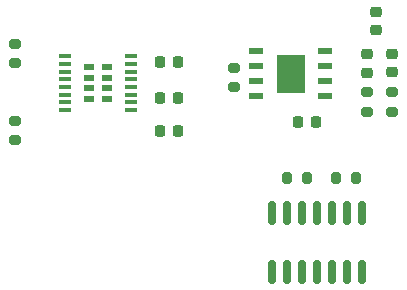
<source format=gbr>
%TF.GenerationSoftware,KiCad,Pcbnew,8.0.1*%
%TF.CreationDate,2024-03-24T23:32:15+02:00*%
%TF.ProjectId,PowerSubsystem,506f7765-7253-4756-9273-797374656d2e,rev?*%
%TF.SameCoordinates,Original*%
%TF.FileFunction,Paste,Top*%
%TF.FilePolarity,Positive*%
%FSLAX46Y46*%
G04 Gerber Fmt 4.6, Leading zero omitted, Abs format (unit mm)*
G04 Created by KiCad (PCBNEW 8.0.1) date 2024-03-24 23:32:15*
%MOMM*%
%LPD*%
G01*
G04 APERTURE LIST*
G04 Aperture macros list*
%AMRoundRect*
0 Rectangle with rounded corners*
0 $1 Rounding radius*
0 $2 $3 $4 $5 $6 $7 $8 $9 X,Y pos of 4 corners*
0 Add a 4 corners polygon primitive as box body*
4,1,4,$2,$3,$4,$5,$6,$7,$8,$9,$2,$3,0*
0 Add four circle primitives for the rounded corners*
1,1,$1+$1,$2,$3*
1,1,$1+$1,$4,$5*
1,1,$1+$1,$6,$7*
1,1,$1+$1,$8,$9*
0 Add four rect primitives between the rounded corners*
20,1,$1+$1,$2,$3,$4,$5,0*
20,1,$1+$1,$4,$5,$6,$7,0*
20,1,$1+$1,$6,$7,$8,$9,0*
20,1,$1+$1,$8,$9,$2,$3,0*%
G04 Aperture macros list end*
%ADD10RoundRect,0.200000X-0.275000X0.200000X-0.275000X-0.200000X0.275000X-0.200000X0.275000X0.200000X0*%
%ADD11RoundRect,0.200000X0.275000X-0.200000X0.275000X0.200000X-0.275000X0.200000X-0.275000X-0.200000X0*%
%ADD12RoundRect,0.200000X0.200000X0.275000X-0.200000X0.275000X-0.200000X-0.275000X0.200000X-0.275000X0*%
%ADD13RoundRect,0.218750X0.256250X-0.218750X0.256250X0.218750X-0.256250X0.218750X-0.256250X-0.218750X0*%
%ADD14RoundRect,0.225000X-0.225000X-0.250000X0.225000X-0.250000X0.225000X0.250000X-0.225000X0.250000X0*%
%ADD15RoundRect,0.225000X0.250000X-0.225000X0.250000X0.225000X-0.250000X0.225000X-0.250000X-0.225000X0*%
%ADD16RoundRect,0.225000X0.225000X0.250000X-0.225000X0.250000X-0.225000X-0.250000X0.225000X-0.250000X0*%
%ADD17R,1.050000X0.450000*%
%ADD18R,0.882000X0.537000*%
%ADD19R,2.400000X3.300000*%
%ADD20R,1.200000X0.600000*%
%ADD21RoundRect,0.150000X-0.150000X0.825000X-0.150000X-0.825000X0.150000X-0.825000X0.150000X0.825000X0*%
G04 APERTURE END LIST*
D10*
%TO.C,R7*%
X180000000Y-61175000D03*
X180000000Y-62825000D03*
%TD*%
%TO.C,R6*%
X193415807Y-63277495D03*
X193415807Y-64927495D03*
%TD*%
%TO.C,R5*%
X191317500Y-64927495D03*
X191317500Y-63277495D03*
%TD*%
D11*
%TO.C,R4*%
X161500000Y-67325000D03*
X161500000Y-65675000D03*
%TD*%
%TO.C,R3*%
X161500000Y-60825000D03*
X161500000Y-59175000D03*
%TD*%
D12*
%TO.C,R2*%
X186190000Y-70500000D03*
X184540000Y-70500000D03*
%TD*%
%TO.C,R1*%
X188675000Y-70500000D03*
X190325000Y-70500000D03*
%TD*%
D13*
%TO.C,D2*%
X191317500Y-61605000D03*
X191317500Y-60030000D03*
%TD*%
%TO.C,D1*%
X193415807Y-61564995D03*
X193415807Y-59989995D03*
%TD*%
D14*
%TO.C,C5*%
X185407499Y-65817500D03*
X186957499Y-65817500D03*
%TD*%
D15*
%TO.C,C4*%
X192000000Y-56450000D03*
X192000000Y-58000000D03*
%TD*%
D16*
%TO.C,C3*%
X175265000Y-66540000D03*
X173715000Y-66540000D03*
%TD*%
D14*
%TO.C,C2*%
X173715000Y-60725000D03*
X175265000Y-60725000D03*
%TD*%
D16*
%TO.C,C1*%
X175265000Y-63725000D03*
X173715000Y-63725000D03*
%TD*%
D17*
%TO.C,U3*%
X165725000Y-60225000D03*
X165725000Y-60875000D03*
X165725000Y-61525000D03*
X165725000Y-62175000D03*
X165725000Y-62825000D03*
X165725000Y-63475000D03*
X165725000Y-64125000D03*
X165725000Y-64775000D03*
X171275000Y-64775000D03*
X171275000Y-64125000D03*
X171275000Y-63475000D03*
X171275000Y-62825000D03*
X171275000Y-62175000D03*
X171275000Y-61525000D03*
X171275000Y-60875000D03*
X171275000Y-60225000D03*
D18*
X167765000Y-61157500D03*
X167765000Y-62052500D03*
X167765000Y-62947500D03*
X167765000Y-63842500D03*
X169235000Y-61157500D03*
X169235000Y-62052500D03*
X169235000Y-62947500D03*
X169235000Y-63842500D03*
%TD*%
D19*
%TO.C,U2*%
X184817500Y-61682499D03*
D20*
X187725806Y-59777495D03*
X187725806Y-61047498D03*
X187725806Y-62317500D03*
X187725806Y-63587503D03*
X181909194Y-63587503D03*
X181909194Y-62317500D03*
X181909194Y-61047498D03*
X181909194Y-59777495D03*
%TD*%
D21*
%TO.C,U1*%
X190810000Y-73500000D03*
X189540000Y-73500000D03*
X188270000Y-73500000D03*
X187000000Y-73500000D03*
X185730000Y-73500000D03*
X184460000Y-73500000D03*
X183190000Y-73500000D03*
X183190000Y-78450000D03*
X184460000Y-78450000D03*
X185730000Y-78450000D03*
X187000000Y-78450000D03*
X188270000Y-78450000D03*
X189540000Y-78450000D03*
X190810000Y-78450000D03*
%TD*%
M02*

</source>
